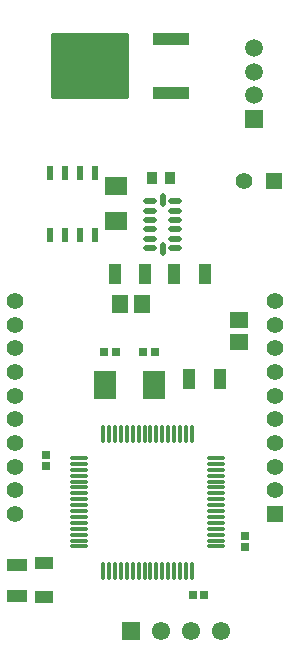
<source format=gbr>
%TF.GenerationSoftware,Altium Limited,Altium Designer,20.0.9 (164)*%
G04 Layer_Color=255*
%FSLAX26Y26*%
%MOIN*%
%TF.FileFunction,Pads,Bot*%
%TF.Part,Single*%
G01*
G75*
%TA.AperFunction,SMDPad,CuDef*%
%ADD13R,0.037402X0.041339*%
%TA.AperFunction,ComponentPad*%
%ADD24R,0.055118X0.055118*%
%ADD25C,0.055118*%
%ADD26C,0.061024*%
%ADD27R,0.061024X0.061024*%
%ADD28C,0.059055*%
%ADD29R,0.059055X0.059055*%
%TA.AperFunction,SMDPad,CuDef*%
%ADD47R,0.064961X0.043307*%
%TA.AperFunction,ConnectorPad*%
%ADD48R,0.066929X0.043307*%
%TA.AperFunction,SMDPad,CuDef*%
%ADD49R,0.043307X0.066929*%
%ADD50R,0.074803X0.059055*%
%ADD51O,0.011811X0.062992*%
%ADD52O,0.062992X0.011811*%
%ADD53R,0.028346X0.028346*%
%ADD54R,0.061024X0.055118*%
%ADD55R,0.055118X0.061024*%
%ADD56R,0.028346X0.029921*%
%ADD57R,0.029921X0.028346*%
%ADD58O,0.045079X0.021654*%
%ADD59O,0.021654X0.045079*%
G04:AMPARAMS|DCode=60|XSize=41.339mil|YSize=122.047mil|CornerRadius=2.067mil|HoleSize=0mil|Usage=FLASHONLY|Rotation=90.000|XOffset=0mil|YOffset=0mil|HoleType=Round|Shape=RoundedRectangle|*
%AMROUNDEDRECTD60*
21,1,0.041339,0.117913,0,0,90.0*
21,1,0.037205,0.122047,0,0,90.0*
1,1,0.004134,0.058957,0.018602*
1,1,0.004134,0.058957,-0.018602*
1,1,0.004134,-0.058957,-0.018602*
1,1,0.004134,-0.058957,0.018602*
%
%ADD60ROUNDEDRECTD60*%
G04:AMPARAMS|DCode=61|XSize=220.472mil|YSize=259.842mil|CornerRadius=2.205mil|HoleSize=0mil|Usage=FLASHONLY|Rotation=90.000|XOffset=0mil|YOffset=0mil|HoleType=Round|Shape=RoundedRectangle|*
%AMROUNDEDRECTD61*
21,1,0.220472,0.255433,0,0,90.0*
21,1,0.216063,0.259842,0,0,90.0*
1,1,0.004409,0.127717,0.108031*
1,1,0.004409,0.127717,-0.108031*
1,1,0.004409,-0.127717,-0.108031*
1,1,0.004409,-0.127717,0.108031*
%
%ADD61ROUNDEDRECTD61*%
%ADD62R,0.074803X0.094488*%
G04:AMPARAMS|DCode=63|XSize=21.654mil|YSize=49.213mil|CornerRadius=1.949mil|HoleSize=0mil|Usage=FLASHONLY|Rotation=0.000|XOffset=0mil|YOffset=0mil|HoleType=Round|Shape=RoundedRectangle|*
%AMROUNDEDRECTD63*
21,1,0.021654,0.045315,0,0,0.0*
21,1,0.017756,0.049213,0,0,0.0*
1,1,0.003898,0.008878,-0.022657*
1,1,0.003898,-0.008878,-0.022657*
1,1,0.003898,-0.008878,0.022657*
1,1,0.003898,0.008878,0.022657*
%
%ADD63ROUNDEDRECTD63*%
D13*
X1526457Y2245000D02*
D03*
X1583543D02*
D03*
D24*
X1930000Y2235000D02*
D03*
X1935000Y1126339D02*
D03*
D25*
X1830000Y2235000D02*
D03*
X1068858Y1126339D02*
D03*
Y1205079D02*
D03*
Y1283819D02*
D03*
Y1362559D02*
D03*
Y1441299D02*
D03*
Y1520039D02*
D03*
Y1598780D02*
D03*
Y1677520D02*
D03*
Y1756260D02*
D03*
Y1835000D02*
D03*
X1935000D02*
D03*
Y1756260D02*
D03*
Y1677520D02*
D03*
Y1598780D02*
D03*
Y1520039D02*
D03*
Y1441299D02*
D03*
Y1362559D02*
D03*
Y1283819D02*
D03*
Y1205079D02*
D03*
D26*
X1755000Y735000D02*
D03*
X1655000D02*
D03*
X1555000D02*
D03*
D27*
X1455000D02*
D03*
D28*
X1865000Y2679032D02*
D03*
Y2521551D02*
D03*
Y2600291D02*
D03*
D29*
Y2442811D02*
D03*
D47*
X1165000Y848898D02*
D03*
Y961102D02*
D03*
D48*
X1075000Y956181D02*
D03*
Y853819D02*
D03*
D49*
X1648819Y1575000D02*
D03*
X1751181D02*
D03*
X1502362Y1925000D02*
D03*
X1400000D02*
D03*
X1598819D02*
D03*
X1701181D02*
D03*
D50*
X1405000Y2100945D02*
D03*
Y2219055D02*
D03*
D51*
X1362362Y1393347D02*
D03*
X1382047D02*
D03*
X1401732D02*
D03*
X1421417D02*
D03*
X1441102D02*
D03*
X1460787D02*
D03*
X1480472D02*
D03*
X1500157D02*
D03*
X1519842D02*
D03*
X1539527D02*
D03*
X1559213D02*
D03*
X1578898D02*
D03*
X1598583D02*
D03*
X1618268D02*
D03*
X1637953D02*
D03*
X1657638D02*
D03*
Y936654D02*
D03*
X1637953D02*
D03*
X1618268D02*
D03*
X1598583D02*
D03*
X1578898D02*
D03*
X1559213D02*
D03*
X1539527D02*
D03*
X1519842D02*
D03*
X1500157D02*
D03*
X1480472D02*
D03*
X1460787D02*
D03*
X1441102D02*
D03*
X1421417D02*
D03*
X1401732D02*
D03*
X1382047D02*
D03*
X1362362D02*
D03*
D52*
X1738346Y1312638D02*
D03*
Y1292953D02*
D03*
Y1273268D02*
D03*
Y1253583D02*
D03*
Y1233898D02*
D03*
Y1214213D02*
D03*
Y1194528D02*
D03*
Y1174843D02*
D03*
Y1155158D02*
D03*
Y1135473D02*
D03*
Y1115787D02*
D03*
Y1096102D02*
D03*
Y1076417D02*
D03*
Y1056732D02*
D03*
Y1037047D02*
D03*
Y1017362D02*
D03*
X1281653D02*
D03*
Y1037047D02*
D03*
Y1056732D02*
D03*
Y1076417D02*
D03*
Y1096102D02*
D03*
Y1115787D02*
D03*
Y1135473D02*
D03*
Y1155158D02*
D03*
Y1174843D02*
D03*
Y1194528D02*
D03*
Y1214213D02*
D03*
Y1233898D02*
D03*
Y1253583D02*
D03*
Y1273268D02*
D03*
Y1292953D02*
D03*
Y1312638D02*
D03*
D53*
X1495315Y1665000D02*
D03*
X1534685D02*
D03*
X1404685D02*
D03*
X1365315D02*
D03*
D54*
X1815000Y1697598D02*
D03*
Y1772401D02*
D03*
D55*
X1417598Y1825000D02*
D03*
X1492401D02*
D03*
D56*
X1170000Y1286102D02*
D03*
Y1323898D02*
D03*
X1835000Y1053898D02*
D03*
Y1016102D02*
D03*
D57*
X1698898Y855000D02*
D03*
X1661102D02*
D03*
D58*
X1516791Y2168740D02*
D03*
Y2137244D02*
D03*
Y2105748D02*
D03*
Y2074252D02*
D03*
Y2042756D02*
D03*
Y2011260D02*
D03*
X1603209D02*
D03*
Y2042756D02*
D03*
Y2074252D02*
D03*
Y2105748D02*
D03*
Y2137244D02*
D03*
Y2168740D02*
D03*
D59*
X1560000Y2007421D02*
D03*
Y2172579D02*
D03*
D60*
X1587323Y2710157D02*
D03*
Y2529843D02*
D03*
D61*
X1319606Y2620000D02*
D03*
D62*
X1369291Y1555000D02*
D03*
X1530709D02*
D03*
D63*
X1185000Y2263346D02*
D03*
X1235000D02*
D03*
X1285000D02*
D03*
X1335000D02*
D03*
X1185000Y2056653D02*
D03*
X1235000D02*
D03*
X1285000D02*
D03*
X1335000D02*
D03*
%TF.MD5,9ada9b35d527bae9f05a1a08d43b96f9*%
M02*

</source>
